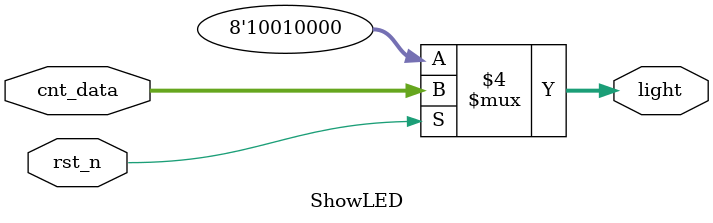
<source format=v>
`timescale 1ns / 1ps
module ShowLED(
input						rst_n,
input 			[7:0]	cnt_data,
output	reg	[7:0]	light
);


always@(*)
begin
	if(~rst_n)
		light <= 8'h90;
	else
		light <= cnt_data;
end

endmodule

</source>
